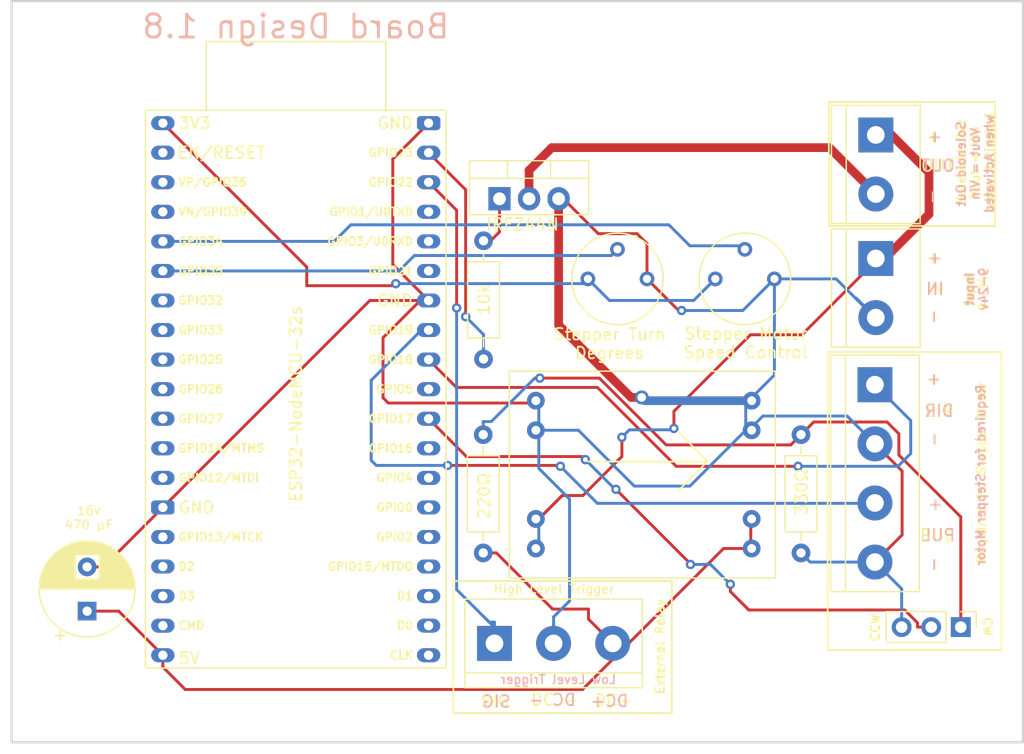
<source format=kicad_pcb>
(kicad_pcb (version 20221018) (generator pcbnew)
  (layers (0 "F.Cu" signal) (31 "B.Cu" signal) (34 "B.Paste" user) (35 "F.Paste" user) (36 "B.SilkS" user "B.Silkscreen") (37 "F.SilkS" user "F.Silkscreen") (38 "B.Mask" user) (39 "F.Mask" user) (44 "Edge.Cuts" user))
  (net 0 "")
  (net 1 "VCC")
  (net 2 "GND")
  (net 3 "DIR")
  (net 4 "PUL")
  (net 5 "+5V")
  (net 6 "Net-(Q1-Pad1)")
  (net 7 "MOSFET_GND")
  (net 8 "SPEED_POT")
  (net 12 "ANGLE_POT")
  (net 31 "Net-(SW1-Pad2)")
  (net 36 "lowActivationPin")
  (net 38 "+3V3")
  (net 39 "highActivationPin")
  (net 40 "Net-(R3-Pad2)")
  (footprint "Capacitor_THT:CP_Radial_D8.0mm_P3.80mm" (layer "F.Cu") (at 65.8876 102.8947 90)
    (fp_text reference "C1" hide)
    (fp_text value "C_Polarized_Small_US")
    (pad "1" thru_hole rect (at 0 0 90) (size 1.6 1.6) (drill 0.8) (layers "*.Cu" "*.Mask") (net 5 "+5V"))
    (pad "2" thru_hole circle (at 3.8 0 90) (size 1.6 1.6) (drill 0.8) (layers "*.Cu" "*.Mask") (net 2 "GND"))
  )
  (footprint "TerminalBlock:TerminalBlock_bornier-3_P5.08mm" (layer "F.Cu") (at 100.8888 105.664)
    (fp_text reference "J5" hide)
    (fp_text value "Screw_Terminal_01x03")
    (pad "1" thru_hole rect (at 0 0) (size 3 3) (drill 1.52) (layers "*.Cu" "*.Mask") (net 36 "lowActivationPin"))
    (pad "2" thru_hole circle (at 5.08 0) (size 3 3) (drill 1.52) (layers "*.Cu" "*.Mask") (net 2 "GND"))
    (pad "3" thru_hole circle (at 10.16 0) (size 3 3) (drill 1.52) (layers "*.Cu" "*.Mask") (net 5 "+5V"))
  )
  (footprint "Package_TO_SOT_THT:TO-220-3_Vertical" (layer "F.Cu") (at 101.3206 67.4624)
    (fp_text reference "Q1" hide)
    (fp_text value "IRFZ44N" (at 1.9812 2.2046) (layer "F.SilkS"))
    (pad "1" thru_hole rect (at 0 0) (size 1.905 2) (drill 1.1) (layers "*.Cu" "*.Mask") (net 6 "Net-(Q1-Pad1)"))
    (pad "2" thru_hole oval (at 2.54 0) (size 1.905 2) (drill 1.1) (layers "*.Cu" "*.Mask") (net 7 "MOSFET_GND"))
    (pad "3" thru_hole oval (at 5.08 0) (size 1.905 2) (drill 1.1) (layers "*.Cu" "*.Mask") (net 2 "GND"))
  )
  (footprint "Converter_DCDC:DCDC_Generic-5v" (layer "F.Cu") (at 114.8588 92.4306)
    (fp_text reference "U2" hide)
    (fp_text value "Generic_5v_Module")
    (pad "1" thru_hole circle (at -10.414 -7.62) (size 1.524 1.524) (drill 0.762) (layers "*.Cu" "*.Mask") (net 2 "GND"))
    (pad "1" thru_hole circle (at -10.414 -5.08) (size 1.524 1.524) (drill 0.762) (layers "*.Cu" "*.Mask") (net 2 "GND"))
    (pad "2" thru_hole circle (at -10.414 2.54) (size 1.524 1.524) (drill 0.762) (layers "*.Cu" "*.Mask") (net 1 "VCC"))
    (pad "2" thru_hole circle (at -10.414 5.08) (size 1.524 1.524) (drill 0.762) (layers "*.Cu" "*.Mask") (net 1 "VCC"))
    (pad "3" thru_hole circle (at 8.128 -7.62) (size 1.524 1.524) (drill 0.762) (layers "*.Cu" "*.Mask") (net 2 "GND"))
    (pad "3" thru_hole circle (at 8.128 -5.08) (size 1.524 1.524) (drill 0.762) (layers "*.Cu" "*.Mask") (net 2 "GND"))
    (pad "4" thru_hole circle (at 8.128 2.54) (size 1.524 1.524) (drill 0.762) (layers "*.Cu" "*.Mask") (net 5 "+5V"))
    (pad "4" thru_hole circle (at 8.128 5.08) (size 1.524 1.524) (drill 0.762) (layers "*.Cu" "*.Mask") (net 5 "+5V"))
  )
  (footprint "TerminalBlock:TerminalBlock_bornier-2_P5.08mm" (layer "F.Cu") (at 133.6548 72.5932 -90)
    (fp_text reference "J2" hide)
    (fp_text value "Screw_Terminal_01x02" hide)
    (pad "1" thru_hole rect (at 0 0 270) (size 3 3) (drill 1.52) (layers "*.Cu" "*.Mask") (net 1 "VCC"))
    (pad "2" thru_hole circle (at 5.08 0 270) (size 3 3) (drill 1.52) (layers "*.Cu" "*.Mask") (net 2 "GND"))
  )
  (footprint "MountingHole:MountingHole_3.2mm_M3" (layer "F.Cu") (at 63.5508 54.9656)
    (fp_text reference "H2" hide)
    (fp_text value "MountingHole")
    (pad "" np_thru_hole circle (at 0 0) (size 3.2 3.2) (drill 3.2) (layers "F&B.Cu" "*.Mask"))
  )
  (footprint "Resistor_THT:R_Axial_DIN0207_L6.3mm_D2.5mm_P10.16mm_Horizontal" (layer "F.Cu") (at 127.2286 87.7316 -90)
    (fp_text reference "R4" hide)
    (fp_text value "330Ω" (at 4.9022 -0.0508 90) (layer "F.SilkS"))
    (pad "1" thru_hole circle (at 0 0 270) (size 1.6 1.6) (drill 0.8) (layers "*.Cu" "*.Mask") (net 40 "Net-(R3-Pad2)"))
    (pad "2" thru_hole oval (at 10.16 0 270) (size 1.6 1.6) (drill 0.8) (layers "*.Cu" "*.Mask") (net 2 "GND"))
  )
  (footprint "TerminalBlock:TerminalBlock_bornier-4_P5.08mm" (layer "F.Cu") (at 133.5786 83.439 -90)
    (fp_text reference "J3" hide)
    (fp_text value "Screw_Terminal_01x04")
    (pad "1" thru_hole rect (at 0 0 270) (size 3 3) (drill 1.52) (layers "*.Cu" "*.Mask") (net 3 "DIR"))
    (pad "2" thru_hole circle (at 5.08 0 270) (size 3 3) (drill 1.52) (layers "*.Cu" "*.Mask") (net 2 "GND"))
    (pad "3" thru_hole circle (at 10.16 0 270) (size 3 3) (drill 1.52) (layers "*.Cu" "*.Mask") (net 4 "PUL"))
    (pad "4" thru_hole circle (at 15.24 0 270) (size 3 3) (drill 1.52) (layers "*.Cu" "*.Mask") (net 2 "GND"))
  )
  (footprint "MountingHole:MountingHole_3.2mm_M3" (layer "F.Cu") (at 139.6492 110.0328)
    (fp_text reference "H1" hide)
    (fp_text value "MountingHole")
    (pad "" np_thru_hole circle (at 0.127 0.1016) (size 3.2 3.2) (drill 3.2) (layers "F&B.Cu" "*.Mask"))
  )
  (footprint "Potentiometer_THT:Potentiometer_Bourns_3339P_Vertical" (layer "F.Cu") (at 108.9152 74.3458 -90)
    (fp_text reference "RV2" hide)
    (fp_text value "R_Potentiometer_Trim_US")
    (pad "1" thru_hole circle (at 0 0 270) (size 1.26 1.26) (drill 0.7) (layers "*.Cu" "*.Mask") (net 38 "+3V3"))
    (pad "2" thru_hole circle (at -2.54 -2.54 270) (size 1.26 1.26) (drill 0.7) (layers "*.Cu" "*.Mask") (net 12 "ANGLE_POT"))
    (pad "3" thru_hole circle (at 0 -5.08 270) (size 1.26 1.26) (drill 0.7) (layers "*.Cu" "*.Mask") (net 2 "GND"))
  )
  (footprint "Potentiometer_THT:Potentiometer_Bourns_3339P_Vertical" (layer "F.Cu") (at 119.8626 74.3458 -90)
    (fp_text reference "RV1" hide)
    (fp_text value "R_Potentiometer_Trim_US" hide)
    (pad "1" thru_hole circle (at 0 0 270) (size 1.26 1.26) (drill 0.7) (layers "*.Cu" "*.Mask") (net 38 "+3V3"))
    (pad "2" thru_hole circle (at -2.54 -2.54 270) (size 1.26 1.26) (drill 0.7) (layers "*.Cu" "*.Mask") (net 8 "SPEED_POT"))
    (pad "3" thru_hole circle (at 0 -5.08 270) (size 1.26 1.26) (drill 0.7) (layers "*.Cu" "*.Mask") (net 2 "GND"))
  )
  (footprint "ESP32_modules:NodeMCU-32S" (layer "F.Cu") (at 71.12 60.96)
    (fp_text reference "U1" hide)
    (fp_text value "ESP32-NodeMCU-32s" (at 12.70368 24.13272 90) (layer "F.SilkS"))
    (fp_text user "GPIO15/MTDO" (at 22.86 38.1 unlocked) (layer "F.SilkS") (effects (font (size 0.7 0.7)) (justify right)))
    (fp_text user "GPIO33" (at 2.54 17.78 unlocked) (layer "F.SilkS") (effects (font (size 0.7 0.7)) (justify left)))
    (fp_text user "GPIO5" (at 22.86 22.86 unlocked) (layer "F.SilkS") (effects (font (size 0.7 0.7)) (justify right)))
    (fp_text user "GPIO4" (at 22.86 30.48272 unlocked) (layer "F.SilkS") (effects (font (size 0.7 0.7)) (justify right)))
    (fp_text user "VP/GPIO36" (at 2.54 5.08 unlocked) (layer "F.SilkS") (effects (font (size 0.7 0.7)) (justify left)))
    (fp_text user "GPIO12/MTDI" (at 2.54 30.48 unlocked) (layer "F.SilkS") (effects (font (size 0.7 0.7)) (justify left)))
    (fp_text user "GPIO23" (at 22.86 2.54272 unlocked) (layer "F.SilkS") (effects (font (size 0.7 0.7)) (justify right)))
    (fp_text user "GPIO17" (at 22.86 25.4 unlocked) (layer "F.SilkS") (effects (font (size 0.7 0.7)) (justify right)))
    (fp_text user "GPIO16" (at 22.86 27.94 unlocked) (layer "F.SilkS") (effects (font (size 0.7 0.7)) (justify right)))
    (fp_text user "GPIO26" (at 2.54 22.86272 unlocked) (layer "F.SilkS") (effects (font (size 0.7 0.7)) (justify left)))
    (fp_text user "EN/RESET" (at 10.16 2.54 unlocked) (layer "F.SilkS") (effects (justify right)))
    (fp_text user "GND" (at 22.84 15.24272 unlocked) (layer "F.SilkS") (effects (justify right)))
    (fp_text user "3V3" (at 2.54 0 unlocked) (layer "F.SilkS") (effects (justify left)))
    (fp_text user "GPIO0" (at 22.86 33.02272 unlocked) (layer "F.SilkS") (effects (font (size 0.7 0.7)) (justify right)))
    (fp_text user "5V" (at 2.54 45.974 unlocked) (layer "F.SilkS") (effects (justify left)))
    (fp_text user "GPIO22" (at 22.86 5.08272 unlocked) (layer "F.SilkS") (effects (font (size 0.7 0.7)) (justify right)))
    (fp_text user "CMD" (at 2.54 43.18 unlocked) (layer "F.SilkS") (effects (font (size 0.7 0.7)) (justify left)))
    (fp_text user "D1" (at 22.86 40.64 unlocked) (layer "F.SilkS") (effects (font (size 0.7 0.7)) (justify right)))
    (fp_text user "GPIO14/MTMS" (at 2.54 27.94272 unlocked) (layer "F.SilkS") (effects (font (size 0.7 0.7)) (justify left)))
    (fp_text user "CLK" (at 22.86 45.72 unlocked) (layer "F.SilkS") (effects (font (size 0.7 0.7)) (justify right)))
    (fp_text user "GPIO2" (at 22.86 35.56272 unlocked) (layer "F.SilkS") (effects (font (size 0.7 0.7)) (justify right)))
    (fp_text user "GPIO34" (at 2.54 10.16 unlocked) (layer "F.SilkS") (effects (font (size 0.7 0.7)) (justify left)))
    (fp_text user "GPIO25" (at 2.54 20.32 unlocked) (layer "F.SilkS") (effects (font (size 0.7 0.7)) (justify left)))
    (fp_text user "GPIO18" (at 22.86 20.32272 unlocked) (layer "F.SilkS") (effects (font (size 0.7 0.7)) (justify right)))
    (fp_text user "D2" (at 2.54 38.1 unlocked) (layer "F.SilkS") (effects (font (size 0.7 0.7)) (justify left)))
    (fp_text user "GND" (at 2.5454 33.02272 unlocked) (layer "F.SilkS") (effects (justify left)))
    (fp_text user "VN/GPIO39" (at 2.54 7.62 unlocked) (layer "F.SilkS") (effects (font (size 0.7 0.7)) (justify left)))
    (fp_text user "GPIO3/U0RXD" (at 22.86 10.16 unlocked) (layer "F.SilkS") (effects (font (size 0.7 0.7)) (justify right)))
    (fp_text user "GPIO19" (at 22.86 17.78272 unlocked) (layer "F.SilkS") (effects (font (size 0.7 0.7)) (justify right)))
    (fp_text user "GPIO27" (at 2.54 25.40272 unlocked) (layer "F.SilkS") (effects (font (size 0.7 0.7)) (justify left)))
    (fp_text user "GPIO21" (at 22.86 12.7 unlocked) (layer "F.SilkS") (effects (font (size 0.7 0.7)) (justify right)))
    (fp_text user "D3" (at 2.54 40.64 unlocked) (layer "F.SilkS") (effects (font (size 0.7 0.7)) (justify left)))
    (fp_text user "GPIO35" (at 2.54 12.70272 unlocked) (layer "F.SilkS") (effects (font (size 0.7 0.7)) (justify left)))
    (fp_text user "GND" (at 22.86 0 unlocked) (layer "F.SilkS") (effects (justify right)))
    (fp_text user "D0" (at 22.86 43.18272 unlocked) (layer "F.SilkS") (effects (font (size 0.7 0.7)) (justify right)))
    (fp_text user "GPIO32" (at 2.54 15.24 unlocked) (layer "F.SilkS") (effects (font (size 0.7 0.7)) (justify left)))
    (fp_text user "GPIO13/MTCK" (at 2.54 35.56272 unlocked) (layer "F.SilkS") (effects (font (size 0.7 0.7)) (justify left)))
    (fp_text user "GPIO1/U0TXD" (at 22.86 7.62272 unlocked) (layer "F.SilkS") (effects (font (size 0.7 0.7)) (justify right)))
    (pad "1" thru_hole oval (at 1.2754 0.00272 270) (size 1.2 2) (drill 0.8) (layers "*.Cu" "*.Mask") (net 38 "+3V3"))
    (pad "2" thru_hole oval (at 1.2754 2.54272 270) (size 1.2 2) (drill 0.8) (layers "*.Cu" "*.Mask"))
    (pad "3" thru_hole oval (at 1.2754 5.08272 270) (size 1.2 2) (drill 0.8) (layers "*.Cu" "*.Mask"))
    (pad "4" thru_hole oval (at 1.2754 7.62272 270) (size 1.2 2) (drill 0.8) (layers "*.Cu" "*.Mask"))
    (pad "5" thru_hole oval (at 1.2754 10.16272 270) (size 1.2 2) (drill 0.8) (layers "*.Cu" "*.Mask") (net 8 "SPEED_POT"))
    (pad "6" thru_hole oval (at 1.2754 12.70272 270) (size 1.2 2) (drill 0.8) (layers "*.Cu" "*.Mask") (net 12 "ANGLE_POT"))
    (pad "7" thru_hole oval (at 1.2754 15.24272 270) (size 1.2 2) (drill 0.8) (layers "*.Cu" "*.Mask"))
    (pad "8" thru_hole oval (at 1.2754 17.78272 270) (size 1.2 2) (drill 0.8) (layers "*.Cu" "*.Mask"))
    (pad "9" thru_hole oval (at 1.2754 20.32272 270) (size 1.2 2) (drill 0.8) (layers "*.Cu" "*.Mask"))
    (pad "10" thru_hole oval (at 1.2754 22.86272 270) (size 1.2 2) (drill 0.8) (layers "*.Cu" "*.Mask"))
    (pad "11" thru_hole oval (at 1.2754 25.40272 270) (size 1.2 2) (drill 0.8) (layers "*.Cu" "*.Mask"))
    (pad "12" thru_hole oval (at 1.2754 27.94272 270) (size 1.2 2) (drill 0.8) (layers "*.Cu" "*.Mask"))
    (pad "13" thru_hole oval (at 1.2754 30.48272 270) (size 1.2 2) (drill 0.8) (layers "*.Cu" "*.Mask"))
    (pad "14" thru_hole roundrect (at 1.2754 33.02272 270) (size 1.2 2) (drill 0.8) (layers "*.Cu" "*.Mask") (net 2 "GND"))
    (pad "15" thru_hole oval (at 1.2754 35.56272 270) (size 1.2 2) (drill 0.8) (layers "*.Cu" "*.Mask"))
    (pad "16" thru_hole oval (at 1.2754 38.10272 270) (size 1.2 2) (drill 0.8) (layers "*.Cu" "*.Mask"))
    (pad "17" thru_hole oval (at 1.2754 40.64272 270) (size 1.2 2) (drill 0.8) (layers "*.Cu" "*.Mask"))
    (pad "18" thru_hole oval (at 1.2754 43.18272 270) (size 1.2 2) (drill 0.8) (layers "*.Cu" "*.Mask"))
    (pad "19" thru_hole oval (at 1.2754 45.72272 270) (size 1.2 2) (drill 0.8) (layers "*.Cu" "*.Mask") (net 5 "+5V"))
    (pad "20" thru_hole oval (at 24.10632 45.72 270) (size 1.2 2) (drill 0.8) (layers "*.Cu" "*.Mask"))
    (pad "21" thru_hole oval (at 24.10632 43.18 270) (size 1.2 2) (drill 0.8) (layers "*.Cu" "*.Mask"))
    (pad "22" thru_hole oval (at 24.11 40.64272 270) (size 1.2 2) (drill 0.8) (layers "*.Cu" "*.Mask"))
    (pad "23" thru_hole oval (at 24.11 38.10272 270) (size 1.2 2) (drill 0.8) (layers "*.Cu" "*.Mask"))
    (pad "24" thru_hole oval (at 24.11 35.56272 270) (size 1.2 2) (drill 0.8) (layers "*.Cu" "*.Mask"))
    (pad "25" thru_hole oval (at 24.11 33.02272 270) (size 1.2 2) (drill 0.8) (layers "*.Cu" "*.Mask"))
    (pad "26" thru_hole oval (at 24.11 30.48272 270) (size 1.2 2) (drill 0.8) (layers "*.Cu" "*.Mask"))
    (pad "27" thru_hole oval (at 24.11 27.94272 270) (size 1.2 2) (drill 0.8) (layers "*.Cu" "*.Mask"))
    (pad "28" thru_hole oval (at 24.11 25.40272 270) (size 1.2 2) (drill 0.8) (layers "*.Cu" "*.Mask") (net 31 "Net-(SW1-Pad2)"))
    (pad "29" thru_hole oval (at 24.11 22.86272 270) (size 1.2 2) (drill 0.8) (layers "*.Cu" "*.Mask"))
    (pad "30" thru_hole oval (at 24.11 20.32272 270) (size 1.2 2) (drill 0.8) (layers "*.Cu" "*.Mask") (net 3 "DIR"))
    (pad "31" thru_hole oval (at 24.11 17.78272 270) (size 1.2 2) (drill 0.8) (layers "*.Cu" "*.Mask") (net 4 "PUL"))
    (pad "32" thru_hole oval (at 24.11 15.24272 270) (size 1.2 2) (drill 0.8) (layers "*.Cu" "*.Mask") (net 2 "GND"))
    (pad "33" thru_hole oval (at 24.11 12.70272 270) (size 1.2 2) (drill 0.8) (layers "*.Cu" "*.Mask"))
    (pad "34" thru_hole oval (at 24.11 10.16272 270) (size 1.2 2) (drill 0.8) (layers "*.Cu" "*.Mask"))
    (pad "35" thru_hole oval (at 24.11 7.62272 270) (size 1.2 2) (drill 0.8) (layers "*.Cu" "*.Mask"))
    (pad "36" thru_hole oval (at 24.11 5.08272 270) (size 1.2 2) (drill 0.8) (layers "*.Cu" "*.Mask") (net 36 "lowActivationPin"))
    (pad "37" thru_hole oval (at 24.11 2.54272 270) (size 1.2 2) (drill 0.8) (layers "*.Cu" "*.Mask") (net 39 "highActivationPin"))
    (pad "38" thru_hole roundrect (at 24.11 0.00272 270) (size 1.2 2) (drill 0.8) (layers "*.Cu" "*.Mask") (net 2 "GND"))
  )
  (footprint "Resistor_THT:R_Axial_DIN0207_L6.3mm_D2.5mm_P10.16mm_Horizontal" (layer "F.Cu") (at 99.949 81.2292 90)
    (fp_text reference "R1" hide)
    (fp_text value "10k" (at 5.1054 0.0254 90) (layer "F.SilkS"))
    (pad "1" thru_hole circle (at 0 0 90) (size 1.6 1.6) (drill 0.8) (layers "*.Cu" "*.Mask") (net 39 "highActivationPin"))
    (pad "2" thru_hole oval (at 10.16 0 90) (size 1.6 1.6) (drill 0.8) (layers "*.Cu" "*.Mask") (net 6 "Net-(Q1-Pad1)"))
  )
  (footprint "Resistor_THT:R_Axial_DIN0207_L6.3mm_D2.5mm_P10.16mm_Horizontal" (layer "F.Cu") (at 99.9236 97.8916 90)
    (fp_text reference "R3" hide)
    (fp_text value "220Ω" (at 4.9022 0.0762 90) (layer "F.SilkS"))
    (pad "1" thru_hole circle (at 0 0 90) (size 1.6 1.6) (drill 0.8) (layers "*.Cu" "*.Mask") (net 5 "+5V"))
    (pad "2" thru_hole oval (at 10.16 0 90) (size 1.6 1.6) (drill 0.8) (layers "*.Cu" "*.Mask") (net 40 "Net-(R3-Pad2)"))
  )
  (footprint "TerminalBlock:TerminalBlock_bornier-2_P5.08mm" (layer "F.Cu") (at 133.6548 61.976 -90)
    (fp_text reference "J1" hide)
    (fp_text value "Screw_Terminal_01x02" hide)
    (pad "1" thru_hole rect (at 0 0 270) (size 3 3) (drill 1.52) (layers "*.Cu" "*.Mask") (net 1 "VCC"))
    (pad "2" thru_hole circle (at 5.08 0 270) (size 3 3) (drill 1.52) (layers "*.Cu" "*.Mask") (net 7 "MOSFET_GND"))
  )
  (footprint "MountingHole:MountingHole_3.2mm_M3" (layer "F.Cu") (at 63.5762 110.1344)
    (fp_text reference "H3" hide)
    (fp_text value "MountingHole")
    (pad "" np_thru_hole circle (at -0.0254 0) (size 3.2 3.2) (drill 3.2) (layers "F&B.Cu" "*.Mask"))
  )
  (footprint "MountingHole:MountingHole_3.2mm_M3" (layer "F.Cu") (at 139.8778 54.991)
    (fp_text reference "H4" hide)
    (fp_text value "MountingHole")
    (pad "" np_thru_hole circle (at -0.1016 -0.0254) (size 3.2 3.2) (drill 3.2) (layers "F&B.Cu" "*.Mask"))
  )
  (footprint "Connector_PinHeader_2.54mm:PinHeader_1x03_P2.54mm_Vertical" (layer "F.Cu") (at 140.955 104.267 -90)
    (fp_text reference "SW1" hide)
    (fp_text value "SW_DPDT_x2")
    (pad "1" thru_hole rect (at 0 0 270) (size 1.7 1.7) (drill 1) (layers "*.Cu" "*.Mask") (net 40 "Net-(R3-Pad2)"))
    (pad "2" thru_hole oval (at 0 2.54 270) (size 1.7 1.7) (drill 1) (layers "*.Cu" "*.Mask") (net 31 "Net-(SW1-Pad2)"))
    (pad "3" thru_hole oval (at 0 5.08 270) (size 1.7 1.7) (drill 1) (layers "*.Cu" "*.Mask") (net 2 "GND"))
  )
  (gr_line (start 116.6622 87.4776) (end 119.2022 90.0176) (stroke (width 0.15)) (layer "F.SilkS"))
  (gr_line (start 108.9152 90.043) (end 119.0752 90.043) (stroke (width 0.15)) (layer "F.SilkS"))
  (gr_rect (start 129.5146 80.645) (end 144.4498 106.2482) (stroke (width 0.15)) (fill none) (layer "F.SilkS"))
  (gr_rect (start 97.3582 100.3046) (end 116.1288 111.6584) (stroke (width 0.15)) (fill none) (layer "F.SilkS"))
  (gr_line (start 119.2022 90.0176) (end 116.6622 92.5576) (stroke (width 0.15)) (layer "F.SilkS"))
  (gr_rect (start 129.6162 59.1566) (end 143.9164 69.7992) (stroke (width 0.15)) (fill none) (layer "F.SilkS"))
  (gr_rect (start 59.397 50.4825) (end 146.304 114.1603) (stroke (width 0.2)) (fill none) (layer "Edge.Cuts"))
  (gr_text "Low Level Trigger" (at 106.3752 108.7628) (layer "B.SilkS") (effects (font (size 0.75 0.75) (thickness 0.125)) (justify mirror)))
  (gr_text "-" (at 138.6078 98.8822 90) (layer "B.SilkS") (effects (font (size 1 1))))
  (gr_text "Board Design 1.8\n\n\n" (at 83.82 55.88) (layer "B.SilkS") (effects (font (size 2 2) (thickness 0.25)) (justify mirror)))
  (gr_text "-" (at 138.6586 67.2846 -90) (layer "B.SilkS") (effects (font (size 1 1)) (justify mirror)))
  (gr_text "OUT" (at 139.0142 64.6176) (layer "B.SilkS") (effects (font (size 1 1)) (justify mirror)))
  (gr_text "Solenoid Out\nVout = Vin\nwhen Activated" (at 142.1892 64.4652 90) (layer "B.SilkS") (effects (font (size 0.75 0.75)) (justify mirror)))
  (gr_text "PUL\n" (at 139.0396 96.3676) (layer "B.SilkS") (effects (font (size 1 1)) (justify mirror)))
  (gr_text "+" (at 138.8364 72.5932 -90) (layer "B.SilkS") (effects (font (size 1 1))))
  (gr_text "IN" (at 138.7348 75.2094) (layer "B.SilkS") (effects (font (size 1 1)) (justify mirror)))
  (gr_text "DIR" (at 139.0904 85.6742) (layer "B.SilkS") (effects (font (size 1 1)) (justify mirror)))
  (gr_text "+" (at 138.7094 93.7514 90) (layer "B.SilkS") (effects (font (size 1 1))))
  (gr_text "Required for Stepper Motor" (at 142.6718 91.2114 90) (layer "B.SilkS") (effects (font (size 0.75 0.75)) (justify mirror)))
  (gr_text "+" (at 138.5824 82.9818 90) (layer "B.SilkS") (effects (font (size 1 1))))
  (gr_text "SIG" (at 101.0666 110.6678) (layer "B.SilkS") (effects (font (size 1 1)) (justify mirror)))
  (gr_text "DC -\n" (at 105.8672 110.5154) (layer "B.SilkS") (effects (font (size 1 1)) (justify mirror)))
  (gr_text "DC+\n" (at 110.7694 110.617) (layer "B.SilkS") (effects (font (size 1 1)) (justify mirror)))
  (gr_text "-" (at 138.7348 77.597 -90) (layer "B.SilkS") (effects (font (size 1 1))))
  (gr_text "-" (at 138.6332 88.138 90) (layer "B.SilkS") (effects (font (size 1 1))))
  (gr_text "+" (at 138.811 62.1792 -90) (layer "B.SilkS") (effects (font (size 1 1))))
  (gr_text "Input\n9-24v" (at 142.3162 75.2094 90) (layer "B.SilkS") (effects (font (size 0.75 0.75)) (justify mirror)))
  (gr_text "DIR" (at 139.1158 85.678049) (layer "F.SilkS") (effects (font (size 1 1))))
  (gr_text "-" (at 138.5951 88.116449 90) (layer "F.SilkS") (effects (font (size 1 1))))
  (gr_text "OUT" (at 138.9888 64.6176) (layer "F.SilkS") (effects (font (size 1 1))))
  (gr_text "16v\n470 µF" (at 66.04 94.869) (layer "F.SilkS") (effects (font (size 0.75 0.75) (thickness 0.125))))
  (gr_text "IN" (at 138.7475 75.184) (layer "F.SilkS") (effects (font (size 1 1))))
  (gr_text "Input\n9-24v" (at 142.2908 75.2856 90) (layer "F.SilkS") (effects (font (size 0.75 0.75))))
  (gr_text "External Relay" (at 115.1128 105.9434 90) (layer "F.SilkS") (effects (font (size 0.75 0.75))))
  (gr_text "-" (at 138.5824 98.9076 90) (layer "F.SilkS") (effects (font (size 1 1))))
  (gr_text "+" (at 138.6586 62.2046 -90) (layer "F.SilkS") (effects (font (size 1 1))))
  (gr_text "Stepper Turn\nDegrees" (at 110.7694 79.9084) (layer "F.SilkS") (effects (font (size 1 1))))
  (gr_text "-" (at 138.6586 77.6732 -90) (layer "F.SilkS") (effects (font (size 1 1))))
  (gr_text "Solenoid Out\nVout = Vin\nwhen Activated" (at 142.2146 64.3128 90) (layer "F.SilkS") (effects (font (size 0.75 0.75))))
  (gr_text "+" (at 138.701879 93.729849 90) (layer "F.SilkS") (effects (font (size 1 1))))
  (gr_text "SIG" (at 100.9142 110.617) (layer "F.SilkS") (effects (font (size 1 1))))
  (gr_text "DC -\n" (at 106.045 110.5154) (layer "F.SilkS") (effects (font (size 1 1))))
  (gr_text "Stepper Motor\nSpeed Control" (at 122.4788 79.8576) (layer "F.SilkS") (effects (font (size 1 1))))
  (gr_text "DC+\n" (at 111.125 110.5662) (layer "F.SilkS") (effects (font (size 1 1))))
  (gr_text "Required for Stepper Motor" (at 142.7226 90.9828 90) (layer "F.SilkS") (effects (font (size 0.75 0.75))))
  (gr_text "PUL\n" (at 138.8872 96.371449) (layer "F.SilkS") (effects (font (size 1 1))))
  (gr_text "CCW" (at 133.604 104.3178 90) (layer "F.SilkS") (effects (font (size 0.75 0.75))))
  (gr_text "CW" (at 143.2306 104.2162 -90) (layer "F.SilkS") (effects (font (size 0.75 0.75))))
  (gr_text "+" (at 138.5951 83.036449 90) (layer "F.SilkS") (effects (font (size 1 1))))
  (gr_text "-" (at 138.6205 67.2973 -90) (layer "F.SilkS") (effects (font (size 1 1))))
  (gr_text "+" (at 138.6586 72.5932 -90) (layer "F.SilkS") (effects (font (size 1 1))))
  (gr_text "High Level Trigger" (at 105.9942 100.9904) (layer "F.SilkS") (effects (font (size 0.75 0.75) (thickness 0.125))))
  (segment (start 111.836 87.9602) (end 111.836 89.6114) (width 0.25) (layer "F.Cu") (net 1))
  (segment (start 138.227 65.2018) (end 138.227 68.7832) (width 0.75) (layer "F.Cu") (net 1))
  (segment (start 122.885 79.1464) (end 116.307 85.725) (width 0.25) (layer "F.Cu") (net 1))
  (segment (start 135.001 61.976) (end 138.227 65.2018) (width 0.75) (layer "F.Cu") (net 1))
  (segment (start 106.71 92.96) (end 106.709 92.96) (width 0.25) (layer "F.Cu") (net 1))
  (segment (start 106.709 92.96) (end 104.699 94.9706) (width 0.25) (layer "F.Cu") (net 1))
  (segment (start 104.699 94.9706) (end 106.71 92.96) (width 0.25) (layer "F.Cu") (net 1))
  (segment (start 133.655 61.976) (end 135.001 61.976) (width 0.75) (layer "F.Cu") (net 1))
  (segment (start 133.223 73.2282) (end 127.305 79.1464) (width 0.25) (layer "F.Cu") (net 1))
  (segment (start 108.487 92.96) (end 106.71 92.96) (width 0.25) (layer "F.Cu") (net 1))
  (segment (start 127.305 79.1464) (end 122.885 79.1464) (width 0.25) (layer "F.Cu") (net 1))
  (segment (start 138.227 68.7832) (end 134.417 72.5932) (width 0.75) (layer "F.Cu") (net 1))
  (segment (start 111.836 89.6114) (end 108.487 92.96) (width 0.25) (layer "F.Cu") (net 1))
  (segment (start 116.307 85.725) (end 116.307 87.1982) (width 0.25) (layer "F.Cu") (net 1))
  (via (at 116.307 87.1982) (size 0.8) (drill 0.4) (layers "F.Cu" "B.Cu") (net 1))
  (via (at 111.836 87.9602) (size 0.8) (drill 0.4) (layers "F.Cu" "B.Cu") (net 1))
  (segment (start 111.836 87.9602) (end 112.484 87.3127) (width 0.25) (layer "B.Cu") (net 1))
  (segment (start 104.699 96.8409) (end 104.6988 96.8411) (width 0.25) (layer "B.Cu") (net 1))
  (segment (start 104.699 96.8409) (end 104.699 94.9708) (width 0.25) (layer "B.Cu") (net 1))
  (segment (start 104.6988 96.8411) (end 104.6988 97.5106) (width 0.25) (layer "B.Cu") (net 1))
  (segment (start 104.699 97.2726) (end 104.699 96.8409) (width 0.25) (layer "B.Cu") (net 1))
  (segment (start 116.192 87.3127) (end 116.307 87.1982) (width 0.25) (layer "B.Cu") (net 1))
  (segment (start 112.484 87.3127) (end 116.192 87.3127) (width 0.25) (layer "B.Cu") (net 1))
  (segment (start 134.7468 97.5108) (end 133.5786 98.679) (width 0.25) (layer "F.Cu") (net 2))
  (segment (start 106.401 67.4624) (end 106.401 70.5391) (width 0.75) (layer "F.Cu") (net 2))
  (segment (start 91.7702 85.0138) (end 91.313 84.5566) (width 0.25) (layer "F.Cu") (net 2))
  (segment (start 67.2835 99.0947) (end 72.3954 93.9827) (width 0.25) (layer "F.Cu") (net 2))
  (segment (start 113.995 74.3458) (end 116.713 77.0636) (width 0.25) (layer "F.Cu") (net 2))
  (segment (start 135.915 96.3426) (end 134.747 97.5108) (width 0.25) (layer "F.Cu") (net 2))
  (segment (start 94.5107 76.2027) (end 93.9049 76.2027) (width 0.25) (layer "F.Cu") (net 2))
  (segment (start 109.804 70.4596) (end 113.132 70.4596) (width 0.25) (layer "F.Cu") (net 2))
  (segment (start 133.579 88.519) (end 135.915 90.8554) (width 0.25) (layer "F.Cu") (net 2))
  (segment (start 91.313 79.4004) (end 94.5107 76.2027) (width 0.25) (layer "F.Cu") (net 2))
  (segment (start 95.23 60.9627) (end 92.1512 64.0415) (width 0.25) (layer "F.Cu") (net 2))
  (segment (start 106.401 70.5391) (end 106.4006 70.5387) (width 0.25) (layer "F.Cu") (net 2))
  (segment (start 116.713 77.0636) (end 116.967 77.0636) (width 0.25) (layer "F.Cu") (net 2))
  (segment (start 93.9049 76.2027) (end 90.1754 76.2027) (width 0.25) (layer "F.Cu") (net 2))
  (segment (start 90.1754 76.2027) (end 72.3954 93.9827) (width 0.25) (layer "F.Cu") (net 2))
  (segment (start 134.747 97.5108) (end 133.579 98.679) (width 0.25) (layer "F.Cu") (net 2))
  (segment (start 113.995 71.3226) (end 113.995 74.3429) (width 0.25) (layer "F.Cu") (net 2))
  (segment (start 106.807 67.4624) (end 109.804 70.4596) (width 0.25) (layer "F.Cu") (net 2))
  (segment (start 106.401 70.5391) (end 106.401 78.3082) (width 0.75) (layer "F.Cu") (net 2))
  (segment (start 104.496 85.0138) (end 91.7702 85.0138) (width 0.25) (layer "F.Cu") (net 2))
  (segment (start 112.624 84.5312) (end 113.538 84.5312) (width 0.75) (layer "F.Cu") (net 2))
  (segment (start 91.313 84.5566) (end 91.313 79.4004) (width 0.25) (layer "F.Cu") (net 2))
  (segment (start 113.132 70.4596) (end 113.995 71.3226) (width 0.25) (layer "F.Cu") (net 2))
  (segment (start 92.1512 64.0415) (end 92.1512 73.1239) (width 0.25) (layer "F.Cu") (net 2))
  (segment (start 134.747 97.5108) (end 134.7468 97.5108) (width 0.25) (layer "F.Cu") (net 2))
  (segment (start 92.1512 73.1239) (end 95.23 76.2027) (width 0.25) (layer "F.Cu") (net 2))
  (segment (start 106.401 78.3082) (end 112.624 84.5312) (width 0.75) (layer "F.Cu") (net 2))
  (segment (start 95.23 76.2027) (end 93.9049 76.2027) (width 0.25) (layer "F.Cu") (net 2))
  (segment (start 106.4006 70.5387) (end 106.4006 67.4624) (width 0.25) (layer "F.Cu") (net 2))
  (segment (start 135.915 90.8554) (end 135.915 96.3426) (width 0.25) (layer "F.Cu") (net 2))
  (segment (start 65.8876 99.0947) (end 67.2835 99.0947) (width 0.25) (layer "F.Cu") (net 2))
  (via (at 116.967 77.0636) (size 0.8) (drill 0.4) (layers "F.Cu" "B.Cu") (net 2))
  (via (at 113.538 84.5312) (size 1.2) (drill 0.75) (layers "F.Cu" "B.Cu") (net 2))
  (segment (start 112.903 92.1512) (end 117.678 92.1512) (width 0.25) (layer "B.Cu") (net 2))
  (segment (start 104.699 84.8106) (end 104.699 87.3506) (width 0.25) (layer "B.Cu") (net 2))
  (segment (start 105.969 104.101) (end 105.969 103.39) (width 0.25) (layer "B.Cu") (net 2))
  (segment (start 128.016 98.679) (end 127.622 98.2853) (width 0.25) (layer "B.Cu") (net 2))
  (segment (start 113.538 84.5312) (end 113.817 84.8106) (width 0.25) (layer "B.Cu") (net 2))
  (segment (start 116.967 77.0636) (end 122.225 77.0636) (width 0.25) (layer "B.Cu") (net 2))
  (segment (start 122.225 77.0636) (end 124.943 74.346) (width 0.25) (layer "B.Cu") (net 2))
  (segment (start 124.943 74.346) (end 124.943 82.6004) (width 0.25) (layer "B.Cu") (net 2))
  (segment (start 124.943 82.6004) (end 122.86 84.6836) (width 0.25) (layer "B.Cu") (net 2))
  (segment (start 105.9688 104.1012) (end 105.9688 105.664) (width 0.25) (layer "B.Cu") (net 2))
  (segment (start 104.699 90.6272) (end 104.699 87.3507) (width 0.25) (layer "B.Cu") (net 2))
  (segment (start 133.5786 98.679) (end 128.016 98.679) (width 0.25) (layer "B.Cu") (net 2))
  (segment (start 133.5789 88.5187) (end 131.192 86.1314) (width 0.25) (layer "B.Cu") (net 2))
  (segment (start 122.479 87.3506) (end 122.479 84.8866) (width 0.25) (layer "B.Cu") (net 2))
  (segment (start 107.34 93.2688) (end 104.699 90.6272) (width 0.25) (layer "B.Cu") (net 2))
  (segment (start 113.817 84.8106) (end 122.555 84.8106) (width 0.75) (layer "B.Cu") (net 2))
  (segment (start 105.969 103.39) (end 107.34 102.018) (width 0.25) (layer "B.Cu") (net 2))
  (segment (start 104.699 87.3506) (end 108.102 87.3506) (width 0.25) (layer "B.Cu") (net 2))
  (segment (start 131.192 86.1314) (end 123.952 86.1314) (width 0.25) (layer "B.Cu") (net 2))
  (segment (start 107.34 102.018) (end 107.34 93.2688) (width 0.25) (layer "B.Cu") (net 2))
  (segment (start 131.915 76.0094) (end 130.251 74.3458) (width 0.25) (layer "B.Cu") (net 2))
  (segment (start 133.579 77.673) (end 131.915 76.0094) (width 0.25) (layer "B.Cu") (net 2))
  (segment (start 108.102 87.3506) (end 112.903 92.1512) (width 0.25) (layer "B.Cu") (net 2))
  (segment (start 131.915 76.0094) (end 131.991 76.0094) (width 0.25) (layer "B.Cu") (net 2))
  (segment (start 135.875 100.975) (end 133.579 98.679) (width 0.25) (layer "B.Cu") (net 2))
  (segment (start 135.875 104.267) (end 135.875 100.975) (width 0.25) (layer "B.Cu") (net 2))
  (segment (start 131.991 76.0094) (end 133.6548 77.6732) (width 0.25) (layer "B.Cu") (net 2))
  (segment (start 130.251 74.3458) (end 124.9432 74.3458) (width 0.25) (layer "B.Cu") (net 2))
  (segment (start 105.969 104.812) (end 105.969 104.101) (width 0.25) (layer "B.Cu") (net 2))
  (segment (start 105.969 104.101) (end 105.9688 104.1012) (width 0.25) (layer "B.Cu") (net 2))
  (segment (start 117.678 92.1512) (end 122.479 87.3506) (width 0.25) (layer "B.Cu") (net 2))
  (segment (start 123.952 86.1314) (end 122.733 87.3506) (width 0.25) (layer "B.Cu") (net 2))
  (segment (start 116.51 90.4494) (end 126.975 90.4494) (width 0.25) (layer "F.Cu") (net 3))
  (segment (start 97.6214 83.6741) (end 109.734 83.6741) (width 0.25) (layer "F.Cu") (net 3))
  (segment (start 109.734 83.6741) (end 116.51 90.4494) (width 0.25) (layer "F.Cu") (net 3))
  (segment (start 95.23 81.2827) (end 97.6214 83.6741) (width 0.25) (layer "F.Cu") (net 3))
  (via (at 126.975 90.4494) (size 0.8) (drill 0.4) (layers "F.Cu" "B.Cu") (net 3))
  (segment (start 126.975 90.4494) (end 135.56 90.4494) (width 0.25) (layer "B.Cu") (net 3))
  (segment (start 135.56 90.4494) (end 136.652 89.3572) (width 0.25) (layer "B.Cu") (net 3))
  (segment (start 136.652 89.3572) (end 136.652 86.5124) (width 0.25) (layer "B.Cu") (net 3))
  (segment (start 136.652 86.5124) (end 133.579 83.439) (width 0.25) (layer "B.Cu") (net 3))
  (segment (start 96.8631 90.3732) (end 106.477 90.3732) (width 0.25) (layer "F.Cu") (net 4))
  (segment (start 106.477 90.3732) (end 106.553 90.4494) (width 0.25) (layer "F.Cu") (net 4))
  (via (at 106.553 90.4494) (size 0.8) (drill 0.4) (layers "F.Cu" "B.Cu") (net 4))
  (via (at 96.8631 90.3732) (size 0.8) (drill 0.4) (layers "F.Cu" "B.Cu") (net 4))
  (segment (start 106.553 90.4494) (end 109.734 93.6305) (width 0.25) (layer "B.Cu") (net 4))
  (segment (start 90.297 83.058) (end 90.297 89.9414) (width 0.25) (layer "B.Cu") (net 4))
  (segment (start 90.297 89.9414) (end 90.7288 90.3732) (width 0.25) (layer "B.Cu") (net 4))
  (segment (start 90.7288 90.3732) (end 96.8631 90.3732) (width 0.25) (layer "B.Cu") (net 4))
  (segment (start 94.6123 78.7427) (end 90.297 83.058) (width 0.25) (layer "B.Cu") (net 4))
  (segment (start 109.734 93.6305) (end 133.547 93.6305) (width 0.25) (layer "B.Cu") (net 4))
  (segment (start 122.479 97.5106) (end 120.574 97.5106) (width 0.25) (layer "F.Cu") (net 5))
  (segment (start 105.881 102.718) (end 101.055 97.8916) (width 0.25) (layer "F.Cu") (net 5))
  (segment (start 120.574 97.5106) (end 112.42 105.664) (width 0.25) (layer "F.Cu") (net 5))
  (segment (start 72.3954 107.701) (end 72.3954 106.683) (width 0.25) (layer "F.Cu") (net 5))
  (segment (start 122.911 95.4024) (end 122.911 96.2406) (width 0.25) (layer "F.Cu") (net 5))
  (segment (start 122.911 96.2406) (end 122.911 97.0788) (width 0.25) (layer "F.Cu") (net 5))
  (segment (start 68.6073 102.895) (end 65.8879 102.895) (width 0.25) (layer "F.Cu") (net 5))
  (segment (start 111.0488 105.6638) (end 108.966 103.581) (width 0.25) (layer "F.Cu") (net 5))
  (segment (start 101.055 97.8916) (end 99.9236 97.8916) (width 0.25) (layer "F.Cu") (net 5))
  (segment (start 72.3953 106.6829) (end 68.6073 102.895) (width 0.25) (layer "F.Cu") (net 5))
  (segment (start 108.966 102.718) (end 105.881 102.718) (width 0.25) (layer "F.Cu") (net 5))
  (segment (start 108.458 109.626) (end 74.3204 109.626) (width 0.25) (layer "F.Cu") (net 5))
  (segment (start 108.966 103.581) (end 108.966 102.718) (width 0.25) (layer "F.Cu") (net 5))
  (segment (start 111.734 106.35) (end 108.458 109.626) (width 0.25) (layer "F.Cu") (net 5))
  (segment (start 74.3204 109.626) (end 72.3954 107.701) (width 0.25) (layer "F.Cu") (net 5))
  (segment (start 101.321 69.24) (end 101.321 68.1736) (width 0.25) (layer "F.Cu") (net 6))
  (segment (start 101.321 69.2404) (end 101.321 69.24) (width 0.25) (layer "F.Cu") (net 6))
  (segment (start 101.321 70.3072) (end 101.321 69.2404) (width 0.25) (layer "F.Cu") (net 6))
  (segment (start 100.533 71.0946) (end 101.321 70.3072) (width 0.25) (layer "F.Cu") (net 6))
  (segment (start 104.369 66.7334) (end 103.8606 67.2418) (width 0.25) (layer "F.Cu") (net 7))
  (segment (start 129.667 63.0682) (end 133.6548 67.056) (width 0.75) (layer "F.Cu") (net 7))
  (segment (start 103.8606 67.4624) (end 103.8606 65.024) (width 0.75) (layer "F.Cu") (net 7))
  (segment (start 103.8606 65.024) (end 105.8164 63.0682) (width 0.75) (layer "F.Cu") (net 7))
  (segment (start 105.8164 63.0682) (end 129.667 63.0682) (width 0.75) (layer "F.Cu") (net 7))
  (segment (start 104.369 66.9697) (end 104.369 66.7334) (width 0.25) (layer "F.Cu") (net 7))
  (segment (start 88.5444 69.6976) (end 115.875 69.6976) (width 0.25) (layer "B.Cu") (net 8))
  (segment (start 87.1193 71.1227) (end 88.5444 69.6976) (width 0.25) (layer "B.Cu") (net 8))
  (segment (start 115.9 69.723) (end 117.678 71.501) (width 0.25) (layer "B.Cu") (net 8))
  (segment (start 72.3954 71.1227) (end 87.1193 71.1227) (width 0.25) (layer "B.Cu") (net 8))
  (segment (start 115.875 69.6976) (end 115.9 69.723) (width 0.25) (layer "B.Cu") (net 8))
  (segment (start 117.678 71.501) (end 122.0978 71.501) (width 0.25) (layer "B.Cu") (net 8))
  (segment (start 94.0054 72.3392) (end 92.6819 73.6627) (width 0.25) (layer "B.Cu") (net 12))
  (segment (start 92.6819 73.6627) (end 72.3954 73.6627) (width 0.25) (layer "B.Cu") (net 12))
  (segment (start 111.188 72.0725) (end 110.922 72.3392) (width 0.25) (layer "B.Cu") (net 12))
  (segment (start 110.922 72.3392) (end 94.0054 72.3392) (width 0.25) (layer "B.Cu") (net 12))
  (segment (start 122.694 102.744) (end 122.718 102.769) (width 0.25) (layer "F.Cu") (net 31))
  (segment (start 111.328 92.4306) (end 117.729 98.8314) (width 0.25) (layer "F.Cu") (net 31))
  (segment (start 122.743 102.794) (end 121.95 102.002) (width 0.25) (layer "F.Cu") (net 31))
  (segment (start 138.415 104.267) (end 137.24 104.267) (width 0.25) (layer "F.Cu") (net 31))
  (segment (start 95.23 86.3627) (end 98.4785 89.6112) (width 0.25) (layer "F.Cu") (net 31))
  (segment (start 121.158 101.209) (end 121.95 102.002) (width 0.25) (layer "F.Cu") (net 31))
  (segment (start 108.433 89.6112) (end 108.698 89.8763) (width 0.25) (layer "F.Cu") (net 31))
  (segment (start 137.24 104.267) (end 137.24 103.9) (width 0.25) (layer "F.Cu") (net 31))
  (segment (start 136.134 102.794) (end 122.743 102.794) (width 0.25) (layer "F.Cu") (net 31))
  (segment (start 121.95 102.002) (end 121.951 102.002) (width 0.25) (layer "F.Cu") (net 31))
  (segment (start 121.158 100.584) (end 121.158 101.209) (width 0.25) (layer "F.Cu") (net 31))
  (segment (start 137.24 103.9) (end 136.134 102.794) (width 0.25) (layer "F.Cu") (net 31))
  (segment (start 117.729 98.8314) (end 117.729 98.8822) (width 0.25) (layer "F.Cu") (net 31))
  (segment (start 98.4785 89.6112) (end 108.433 89.6112) (width 0.25) (layer "F.Cu") (net 31))
  (segment (start 122.644 102.695) (end 122.694 102.744) (width 0.25) (layer "F.Cu") (net 31))
  (segment (start 121.951 102.002) (end 122.644 102.695) (width 0.25) (layer "F.Cu") (net 31))
  (segment (start 122.718 102.769) (end 122.743 102.794) (width 0.25) (layer "F.Cu") (net 31))
  (via (at 108.698 89.8763) (size 0.8) (drill 0.4) (layers "F.Cu" "B.Cu") (net 31))
  (via (at 111.328 92.4306) (size 0.8) (drill 0.4) (layers "F.Cu" "B.Cu") (net 31))
  (via (at 117.729 98.8822) (size 0.8) (drill 0.4) (layers "F.Cu" "B.Cu") (net 31))
  (via (at 121.158 100.584) (size 0.8) (drill 0.4) (layers "F.Cu" "B.Cu") (net 31))
  (segment (start 111.252 92.4306) (end 111.328 92.4306) (width 0.25) (layer "B.Cu") (net 31))
  (segment (start 119.456 98.8822) (end 121.158 100.584) (width 0.25) (layer "B.Cu") (net 31))
  (segment (start 117.729 98.8822) (end 119.456 98.8822) (width 0.25) (layer "B.Cu") (net 31))
  (segment (start 108.698 89.8763) (end 111.252 92.4306) (width 0.25) (layer "B.Cu") (net 31))
  (segment (start 95.23 66.0427) (end 97.6376 68.4503) (width 0.25) (layer "F.Cu") (net 36))
  (segment (start 97.6376 68.4503) (end 97.6376 76.835) (width 0.25) (layer "F.Cu") (net 36))
  (via (at 97.6376 76.835) (size 0.8) (drill 0.4) (layers "F.Cu" "B.Cu") (net 36))
  (segment (start 99.9488 103.352) (end 100.435 103.839) (width 0.25) (layer "B.Cu") (net 36))
  (segment (start 99.9488 103.352) (end 100.436 103.839) (width 0.25) (layer "B.Cu") (net 36))
  (segment (start 100.889 103.839) (end 100.889 104.4095) (width 0.25) (layer "B.Cu") (net 36))
  (segment (start 97.6376 76.835) (end 97.6376 101.041) (width 0.25) (layer "B.Cu") (net 36))
  (segment (start 100.436 103.839) (end 100.889 103.839) (width 0.25) (layer "B.Cu") (net 36))
  (segment (start 97.6376 101.041) (end 99.9488 103.352) (width 0.25) (layer "B.Cu") (net 36))
  (segment (start 100.436 103.839) (end 102.26 105.664) (width 0.25) (layer "B.Cu") (net 36))
  (segment (start 100.435 103.839) (end 100.436 103.839) (width 0.25) (layer "B.Cu") (net 36))
  (segment (start 92.2274 74.93) (end 92.4052 74.7522) (width 0.25) (layer "F.Cu") (net 38))
  (segment (start 72.3954 60.9627) (end 84.7598 73.3271) (width 0.25) (layer "F.Cu") (net 38))
  (segment (start 84.7598 73.3271) (end 84.7598 74.93) (width 0.25) (layer "F.Cu") (net 38))
  (segment (start 84.7598 74.93) (end 92.2274 74.93) (width 0.25) (layer "F.Cu") (net 38))
  (via (at 92.4052 74.7522) (size 0.8) (drill 0.4) (layers "F.Cu" "B.Cu") (net 38))
  (segment (start 109.166 74.5969) (end 109.417 74.848) (width 0.25) (layer "B.Cu") (net 38))
  (segment (start 118.9355 75.273) (end 119.863 74.346) (width 0.25) (layer "B.Cu") (net 38))
  (segment (start 118.008 76.2) (end 118.9355 75.273) (width 0.25) (layer "B.Cu") (net 38))
  (segment (start 109.417 74.848) (end 109.92 75.3503) (width 0.25) (layer "B.Cu") (net 38))
  (segment (start 118.9355 75.273) (end 119.8626 74.3459) (width 0.25) (layer "B.Cu") (net 38))
  (segment (start 108.509 74.7522) (end 108.712 74.549) (width 0.25) (layer "B.Cu") (net 38))
  (segment (start 109.92 75.3503) (end 109.92 75.351) (width 0.25) (layer "B.Cu") (net 38))
  (segment (start 110.769 76.2) (end 118.008 76.2) (width 0.25) (layer "B.Cu") (net 38))
  (segment (start 109.92 75.351) (end 110.769 76.2) (width 0.25) (layer "B.Cu") (net 38))
  (segment (start 92.4052 74.7522) (end 108.509 74.7522) (width 0.25) (layer "B.Cu") (net 38))
  (segment (start 98.4121 66.6875) (end 98.4121 77.5905) (width 0.25) (layer "F.Cu") (net 39))
  (segment (start 95.23 63.5054) (end 98.4121 66.6875) (width 0.25) (layer "F.Cu") (net 39))
  (via (at 98.4121 77.5905) (size 0.8) (drill 0.4) (layers "F.Cu" "B.Cu") (net 39))
  (segment (start 99.949 79.1274) (end 99.949 81.2292) (width 0.25) (layer "B.Cu") (net 39))
  (segment (start 98.4121 77.5905) (end 99.949 79.1274) (width 0.25) (layer "B.Cu") (net 39))
  (segment (start 126.35 88.6101) (end 127.229 87.7316) (width 0.25) (layer "F.Cu") (net 40))
  (segment (start 109.904 82.8714) (end 115.643 88.6101) (width 0.25) (layer "F.Cu") (net 40))
  (segment (start 127.229 87.7316) (end 128.316 86.6445) (width 0.25) (layer "F.Cu") (net 40))
  (segment (start 115.643 88.6101) (end 126.35 88.6101) (width 0.25) (layer "F.Cu") (net 40))
  (segment (start 140.955 94.7973) (end 140.955 104.267) (width 0.25) (layer "F.Cu") (net 40))
  (segment (start 135.636 87.6554) (end 135.636 89.4783) (width 0.25) (layer "F.Cu") (net 40))
  (segment (start 104.784 82.8714) (end 109.904 82.8714) (width 0.25) (layer "F.Cu") (net 40))
  (segment (start 134.6251 86.6445) (end 135.636 87.6554) (width 0.25) (layer "F.Cu") (net 40))
  (segment (start 135.636 89.4783) (end 140.955 94.7973) (width 0.25) (layer "F.Cu") (net 40))
  (segment (start 128.316 86.6445) (end 134.6251 86.6445) (width 0.25) (layer "F.Cu") (net 40))
  (via (at 104.784 82.8714) (size 0.8) (drill 0.4) (layers "F.Cu" "B.Cu") (net 40))
  (segment (start 104.352 82.8714) (end 100.6169 86.6065) (width 0.25) (layer "B.Cu") (net 40))
  (segment (start 99.9236 86.6065) (end 99.9236 87.7316) (width 0.25) (layer "B.Cu") (net 40))
  (segment (start 100.6169 86.6065) (end 99.9236 86.6065) (width 0.25) (layer "B.Cu") (net 40))
  (segment (start 104.784 82.8714) (end 104.352 82.8714) (width 0.25) (layer "B.Cu") (net 40))
)
</source>
